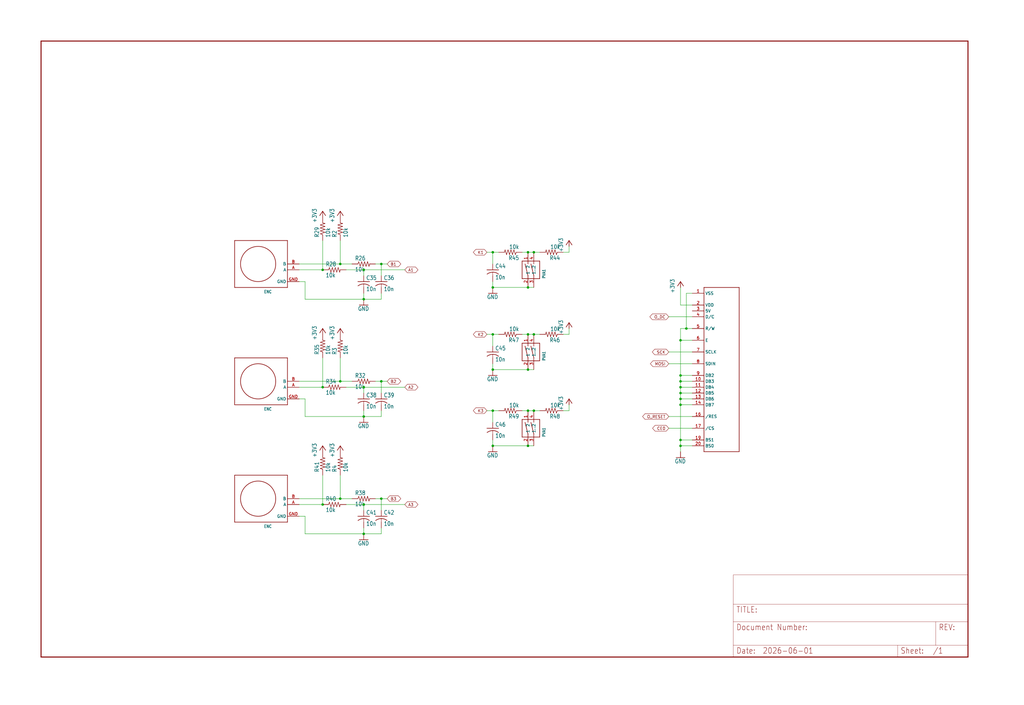
<source format=kicad_sch>
(kicad_sch (version 20231120) (generator "eeschema") (generator_version "8.0")
  (paper "User" 443.357 305.206)
  (lib_symbols
    (symbol "norns-shield-210330-eagle-import:+3V3" (power)
      (symbol "+3V3_1_0"
        (polyline (pts (xy 0 0) (xy -1.27 -1.905)) (stroke (width 0.254)))
        (polyline (pts (xy 1.27 -1.905) (xy 0 0)) (stroke (width 0.254)))
        (pin power_in line (at 0 -2.54 90) (length 2.54) (name "+3V3") (number "1"))
      )
    )
    (symbol "norns-shield-210330-eagle-import:C-USC0603"
      (property "Reference" "C" (at 1.016 0.635 0))
      (symbol "C-USC0603_1_0"
        (arc (start 0 -1.0161) (mid -1.302 -1.2303) (end -2.4668 -1.8504) (stroke (width 0.254)))
        (polyline (pts (xy -2.54 0) (xy 2.54 0)) (stroke (width 0.254)))
        (polyline (pts (xy 0 -1.016) (xy 0 -2.54)) (stroke (width 0.1524)))
        (arc (start 2.4892 -1.8541) (mid 1.3158 -1.2194) (end 0 -1) (stroke (width 0.254)))
        (pin passive line (at 0 2.54 270) (length 2.54) (name "1") (number "1"))
        (pin passive line (at 0 -5.08 90) (length 2.54) (name "2") (number "2"))
      )
    )
    (symbol "norns-shield-210330-eagle-import:ENC"
      (symbol "ENC_1_0"
        (polyline (pts (xy -10.16 -10.16) (xy -10.16 10.16)) (stroke (width 0.254)))
        (polyline (pts (xy -10.16 10.16) (xy 12.7 10.16)) (stroke (width 0.254)))
        (polyline (pts (xy 12.7 -10.16) (xy -10.16 -10.16)) (stroke (width 0.254)))
        (polyline (pts (xy 12.7 10.16) (xy 12.7 -10.16)) (stroke (width 0.254)))
        (circle (center 0 0) (radius 7.62) (stroke (width 0.254)))
        (pin bidirectional line (at 17.78 -2.54 180) (length 5.08) (name "A") (number "A"))
        (pin bidirectional line (at 17.78 0 180) (length 5.08) (name "B") (number "B"))
        (pin bidirectional line (at 17.78 -7.62 180) (length 5.08) (name "GND") (number "GND"))
      )
    )
    (symbol "norns-shield-210330-eagle-import:GND" (power)
      (symbol "GND_1_0"
        (polyline (pts (xy -1.905 0) (xy 1.905 0)) (stroke (width 0.254)))
        (pin power_in line (at 0 2.54 270) (length 2.54) (name "GND") (number "1"))
      )
    )
    (symbol "norns-shield-210330-eagle-import:OLED128X64"
      (symbol "OLED128X64_1_0"
        (polyline (pts (xy -22.86 -45.72) (xy -7.62 -45.72)) (stroke (width 0.254)))
        (polyline (pts (xy -22.86 25.4) (xy -22.86 -45.72)) (stroke (width 0.254)))
        (polyline (pts (xy -7.62 -45.72) (xy -7.62 25.4)) (stroke (width 0.254)))
        (polyline (pts (xy -7.62 25.4) (xy -22.86 25.4)) (stroke (width 0.254)))
        (pin bidirectional line (at -27.94 22.86 0) (length 5.08) (name "VSS") (number "1"))
        (pin bidirectional line (at -27.94 -15.24 0) (length 5.08) (name "DB3") (number "10"))
        (pin bidirectional line (at -27.94 -17.78 0) (length 5.08) (name "DB4") (number "11"))
        (pin bidirectional line (at -27.94 -20.32 0) (length 5.08) (name "DB5") (number "12"))
        (pin bidirectional line (at -27.94 -22.86 0) (length 5.08) (name "DB6") (number "13"))
        (pin bidirectional line (at -27.94 -25.4 0) (length 5.08) (name "DB7") (number "14"))
        (pin bidirectional line (at -27.94 -30.48 0) (length 5.08) (name "/RES") (number "16"))
        (pin bidirectional line (at -27.94 -35.56 0) (length 5.08) (name "/CS") (number "17"))
        (pin bidirectional line (at -27.94 -40.64 0) (length 5.08) (name "BS1") (number "19"))
        (pin bidirectional line (at -27.94 17.78 0) (length 5.08) (name "VDD") (number "2"))
        (pin bidirectional line (at -27.94 -43.18 0) (length 5.08) (name "BS0") (number "20"))
        (pin bidirectional line (at -27.94 15.24 0) (length 5.08) (name "5V") (number "3"))
        (pin bidirectional line (at -27.94 12.7 0) (length 5.08) (name "D/C") (number "4"))
        (pin bidirectional line (at -27.94 7.62 0) (length 5.08) (name "R/W") (number "5"))
        (pin bidirectional line (at -27.94 2.54 0) (length 5.08) (name "E") (number "6"))
        (pin bidirectional line (at -27.94 -2.54 0) (length 5.08) (name "SCLK") (number "7"))
        (pin bidirectional line (at -27.94 -7.62 0) (length 5.08) (name "SDIN") (number "8"))
        (pin bidirectional line (at -27.94 -12.7 0) (length 5.08) (name "DB2") (number "9"))
      )
    )
    (symbol "norns-shield-210330-eagle-import:PVA1"
      (symbol "PVA1_1_0"
        (polyline (pts (xy -3.81 -5.08) (xy 3.81 -5.08)) (stroke (width 0.254)))
        (polyline (pts (xy -3.81 2.54) (xy -3.81 -5.08)) (stroke (width 0.254)))
        (polyline (pts (xy -2.54 -2.54) (xy 2.54 -1.27)) (stroke (width 0.254)))
        (polyline (pts (xy -2.54 0) (xy 2.54 1.27)) (stroke (width 0.254)))
        (polyline (pts (xy 3.81 -5.08) (xy 3.81 2.54)) (stroke (width 0.254)))
        (polyline (pts (xy 3.81 2.54) (xy -3.81 2.54)) (stroke (width 0.254)))
        (pin bidirectional line (at 7.62 0 180) (length 5.08) (name "2") (number "1"))
        (pin bidirectional line (at -7.62 0 0) (length 5.08) (name "1") (number "2"))
        (pin bidirectional line (at -7.62 -2.54 0) (length 5.08) (name "1.") (number "3"))
        (pin bidirectional line (at 7.62 -2.54 180) (length 5.08) (name ".2") (number "4"))
      )
    )
    (symbol "norns-shield-210330-eagle-import:R-US_R0603"
      (property "Reference" "R" (at -3.81 1.4986 0))
      (symbol "R-US_R0603_1_0"
        (polyline (pts (xy -2.54 0) (xy -2.159 1.016)) (stroke (width 0.2032)))
        (polyline (pts (xy -2.159 1.016) (xy -1.524 -1.016)) (stroke (width 0.2032)))
        (polyline (pts (xy -1.524 -1.016) (xy -0.889 1.016)) (stroke (width 0.2032)))
        (polyline (pts (xy -0.889 1.016) (xy -0.254 -1.016)) (stroke (width 0.2032)))
        (polyline (pts (xy -0.254 -1.016) (xy 0.381 1.016)) (stroke (width 0.2032)))
        (polyline (pts (xy 0.381 1.016) (xy 1.016 -1.016)) (stroke (width 0.2032)))
        (polyline (pts (xy 1.016 -1.016) (xy 1.651 1.016)) (stroke (width 0.2032)))
        (polyline (pts (xy 1.651 1.016) (xy 2.286 -1.016)) (stroke (width 0.2032)))
        (polyline (pts (xy 2.286 -1.016) (xy 2.54 0)) (stroke (width 0.2032)))
        (pin passive line (at -5.08 0 0) (length 2.54) (name "1") (number "1"))
        (pin passive line (at 5.08 0 180) (length 2.54) (name "2") (number "2"))
      )
    )
    (symbol "norns-shield-210330-eagle-import:TABL_L"
      (symbol "TABL_L_1_0"
        (polyline (pts (xy 0 0) (xy 401.32 0)) (stroke (width 0.4064)))
        (polyline (pts (xy 0 266.7) (xy 0 0)) (stroke (width 0.4064)))
        (polyline (pts (xy 401.32 0) (xy 401.32 266.7)) (stroke (width 0.4064)))
        (polyline (pts (xy 401.32 266.7) (xy 0 266.7)) (stroke (width 0.4064)))
      )
      (symbol "TABL_L_2_0"
        (polyline (pts (xy 0 0) (xy 0 5.08)) (stroke (width 0.1016)))
        (polyline (pts (xy 0 0) (xy 71.12 0)) (stroke (width 0.1016)))
        (polyline (pts (xy 0 5.08) (xy 0 15.24)) (stroke (width 0.1016)))
        (polyline (pts (xy 0 5.08) (xy 71.12 5.08)) (stroke (width 0.1016)))
        (polyline (pts (xy 0 15.24) (xy 0 22.86)) (stroke (width 0.1016)))
        (polyline (pts (xy 0 22.86) (xy 0 35.56)) (stroke (width 0.1016)))
        (polyline (pts (xy 0 22.86) (xy 101.6 22.86)) (stroke (width 0.1016)))
        (polyline (pts (xy 71.12 0) (xy 101.6 0)) (stroke (width 0.1016)))
        (polyline (pts (xy 71.12 5.08) (xy 71.12 0)) (stroke (width 0.1016)))
        (polyline (pts (xy 71.12 5.08) (xy 87.63 5.08)) (stroke (width 0.1016)))
        (polyline (pts (xy 87.63 5.08) (xy 101.6 5.08)) (stroke (width 0.1016)))
        (polyline (pts (xy 87.63 15.24) (xy 0 15.24)) (stroke (width 0.1016)))
        (polyline (pts (xy 87.63 15.24) (xy 87.63 5.08)) (stroke (width 0.1016)))
        (polyline (pts (xy 101.6 5.08) (xy 101.6 0)) (stroke (width 0.1016)))
        (polyline (pts (xy 101.6 15.24) (xy 87.63 15.24)) (stroke (width 0.1016)))
        (polyline (pts (xy 101.6 15.24) (xy 101.6 5.08)) (stroke (width 0.1016)))
        (polyline (pts (xy 101.6 22.86) (xy 101.6 15.24)) (stroke (width 0.1016)))
        (polyline (pts (xy 101.6 35.56) (xy 0 35.56)) (stroke (width 0.1016)))
        (polyline (pts (xy 101.6 35.56) (xy 101.6 22.86)) (stroke (width 0.1016)))
        (text "${#}/${##}" (at 86.36 1.27 0) (effects (font (size 2.54 2.159)) (justify left bottom)))
        (text "${CURRENT_DATE}" (at 12.7 1.27 0) (effects (font (size 2.54 2.159)) (justify left bottom)))
        (text "${PROJECTNAME}" (at 17.78 19.05 0) (effects (font (size 2.54 2.159)) (justify left bottom)))
        (text "Date:" (at 1.27 1.27 0) (effects (font (size 2.54 2.159)) (justify left bottom)))
        (text "Document Number:" (at 1.27 11.43 0) (effects (font (size 2.54 2.159)) (justify left bottom)))
        (text "REV:" (at 88.9 11.43 0) (effects (font (size 2.54 2.159)) (justify left bottom)))
        (text "Sheet:" (at 72.39 1.27 0) (effects (font (size 2.54 2.159)) (justify left bottom)))
        (text "TITLE:" (at 1.27 19.05 0) (effects (font (size 2.54 2.159)) (justify left bottom)))
      )
    )
  )
  (junction (at 294.64 190.5))
  (junction (at 294.64 162.56))
  (junction (at 147.32 165.1))
  (junction (at 213.36 124.46))
  (junction (at 213.36 177.8))
  (junction (at 157.48 180.34))
  (junction (at 165.1 165.1))
  (junction (at 139.7 116.84))
  (junction (at 157.48 167.64))
  (junction (at 228.6 193.04))
  (junction (at 231.14 109.22))
  (junction (at 294.64 175.26))
  (junction (at 157.48 231.14))
  (junction (at 231.14 144.78))
  (junction (at 157.48 129.54))
  (junction (at 294.64 193.04))
  (junction (at 228.6 160.02))
  (junction (at 213.36 160.02))
  (junction (at 294.64 172.72))
  (junction (at 294.64 165.1))
  (junction (at 165.1 114.3))
  (junction (at 294.64 170.18))
  (junction (at 157.48 218.44))
  (junction (at 165.1 215.9))
  (junction (at 139.7 218.44))
  (junction (at 228.6 144.78))
  (junction (at 228.6 109.22))
  (junction (at 213.36 193.04))
  (junction (at 213.36 109.22))
  (junction (at 213.36 144.78))
  (junction (at 294.64 147.32))
  (junction (at 147.32 114.3))
  (junction (at 294.64 167.64))
  (junction (at 147.32 215.9))
  (junction (at 231.14 177.8))
  (junction (at 297.18 142.24))
  (junction (at 228.6 124.46))
  (junction (at 139.7 167.64))
  (junction (at 157.48 116.84))
  (junction (at 228.6 177.8))
  (wire (pts (xy 297.18 142.24) (xy 297.18 127)) (stroke (width 0.1524)))
  (wire (pts (xy 213.36 177.8) (xy 210.82 177.8)) (stroke (width 0.1524)))
  (wire (pts (xy 157.48 127) (xy 157.48 129.54)) (stroke (width 0.1524)))
  (wire (pts (xy 228.6 109.22) (xy 231.14 109.22)) (stroke (width 0.1524)))
  (wire (pts (xy 139.7 116.84) (xy 129.54 116.84)) (stroke (width 0.1524)))
  (wire (pts (xy 157.48 129.54) (xy 165.1 129.54)) (stroke (width 0.1524)))
  (wire (pts (xy 213.36 114.3) (xy 213.36 109.22)) (stroke (width 0.1524)))
  (wire (pts (xy 246.38 106.68) (xy 246.38 109.22)) (stroke (width 0.1524)))
  (wire (pts (xy 149.86 218.44) (xy 157.48 218.44)) (stroke (width 0.1524)))
  (wire (pts (xy 294.64 172.72) (xy 294.64 175.26)) (stroke (width 0.1524)))
  (wire (pts (xy 157.48 231.14) (xy 165.1 231.14)) (stroke (width 0.1524)))
  (wire (pts (xy 294.64 170.18) (xy 294.64 172.72)) (stroke (width 0.1524)))
  (wire (pts (xy 231.14 109.22) (xy 233.68 109.22)) (stroke (width 0.1524)))
  (wire (pts (xy 165.1 114.3) (xy 167.64 114.3)) (stroke (width 0.1524)))
  (wire (pts (xy 299.72 172.72) (xy 294.64 172.72)) (stroke (width 0.1524)))
  (wire (pts (xy 299.72 185.42) (xy 289.56 185.42)) (stroke (width 0.1524)))
  (wire (pts (xy 165.1 231.14) (xy 165.1 228.6)) (stroke (width 0.1524)))
  (wire (pts (xy 139.7 205.74) (xy 139.7 218.44)) (stroke (width 0.1524)))
  (wire (pts (xy 165.1 129.54) (xy 165.1 127)) (stroke (width 0.1524)))
  (wire (pts (xy 139.7 218.44) (xy 129.54 218.44)) (stroke (width 0.1524)))
  (wire (pts (xy 228.6 177.8) (xy 231.14 177.8)) (stroke (width 0.1524)))
  (wire (pts (xy 147.32 104.14) (xy 147.32 114.3)) (stroke (width 0.1524)))
  (wire (pts (xy 213.36 124.46) (xy 213.36 121.92)) (stroke (width 0.1524)))
  (wire (pts (xy 294.64 175.26) (xy 294.64 190.5)) (stroke (width 0.1524)))
  (wire (pts (xy 147.32 215.9) (xy 147.32 205.74)) (stroke (width 0.1524)))
  (wire (pts (xy 139.7 154.94) (xy 139.7 167.64)) (stroke (width 0.1524)))
  (wire (pts (xy 129.54 172.72) (xy 132.08 172.72)) (stroke (width 0.1524)))
  (wire (pts (xy 129.54 223.52) (xy 132.08 223.52)) (stroke (width 0.1524)))
  (wire (pts (xy 294.64 147.32) (xy 294.64 162.56)) (stroke (width 0.1524)))
  (wire (pts (xy 132.08 223.52) (xy 132.08 231.14)) (stroke (width 0.1524)))
  (wire (pts (xy 129.54 215.9) (xy 147.32 215.9)) (stroke (width 0.1524)))
  (wire (pts (xy 215.9 109.22) (xy 213.36 109.22)) (stroke (width 0.1524)))
  (wire (pts (xy 157.48 180.34) (xy 165.1 180.34)) (stroke (width 0.1524)))
  (wire (pts (xy 297.18 142.24) (xy 294.64 142.24)) (stroke (width 0.1524)))
  (wire (pts (xy 165.1 114.3) (xy 165.1 119.38)) (stroke (width 0.1524)))
  (wire (pts (xy 299.72 167.64) (xy 294.64 167.64)) (stroke (width 0.1524)))
  (wire (pts (xy 299.72 142.24) (xy 297.18 142.24)) (stroke (width 0.1524)))
  (wire (pts (xy 213.36 193.04) (xy 213.36 190.5)) (stroke (width 0.1524)))
  (wire (pts (xy 299.72 170.18) (xy 294.64 170.18)) (stroke (width 0.1524)))
  (wire (pts (xy 294.64 132.08) (xy 294.64 124.46)) (stroke (width 0.1524)))
  (wire (pts (xy 213.36 149.86) (xy 213.36 144.78)) (stroke (width 0.1524)))
  (wire (pts (xy 213.36 182.88) (xy 213.36 177.8)) (stroke (width 0.1524)))
  (wire (pts (xy 157.48 177.8) (xy 157.48 180.34)) (stroke (width 0.1524)))
  (wire (pts (xy 157.48 167.64) (xy 175.26 167.64)) (stroke (width 0.1524)))
  (wire (pts (xy 215.9 177.8) (xy 213.36 177.8)) (stroke (width 0.1524)))
  (wire (pts (xy 299.72 165.1) (xy 294.64 165.1)) (stroke (width 0.1524)))
  (wire (pts (xy 226.06 144.78) (xy 228.6 144.78)) (stroke (width 0.1524)))
  (wire (pts (xy 157.48 167.64) (xy 157.48 170.18)) (stroke (width 0.1524)))
  (wire (pts (xy 149.86 116.84) (xy 157.48 116.84)) (stroke (width 0.1524)))
  (wire (pts (xy 147.32 165.1) (xy 152.4 165.1)) (stroke (width 0.1524)))
  (wire (pts (xy 147.32 215.9) (xy 152.4 215.9)) (stroke (width 0.1524)))
  (wire (pts (xy 243.84 177.8) (xy 246.38 177.8)) (stroke (width 0.1524)))
  (wire (pts (xy 299.72 132.08) (xy 294.64 132.08)) (stroke (width 0.1524)))
  (wire (pts (xy 228.6 193.04) (xy 231.14 193.04)) (stroke (width 0.1524)))
  (wire (pts (xy 299.72 137.16) (xy 289.56 137.16)) (stroke (width 0.1524)))
  (wire (pts (xy 165.1 215.9) (xy 165.1 220.98)) (stroke (width 0.1524)))
  (wire (pts (xy 139.7 104.14) (xy 139.7 116.84)) (stroke (width 0.1524)))
  (wire (pts (xy 246.38 144.78) (xy 243.84 144.78)) (stroke (width 0.1524)))
  (wire (pts (xy 157.48 116.84) (xy 157.48 119.38)) (stroke (width 0.1524)))
  (wire (pts (xy 299.72 152.4) (xy 289.56 152.4)) (stroke (width 0.1524)))
  (wire (pts (xy 294.64 193.04) (xy 294.64 195.58)) (stroke (width 0.1524)))
  (wire (pts (xy 228.6 124.46) (xy 231.14 124.46)) (stroke (width 0.1524)))
  (wire (pts (xy 165.1 165.1) (xy 165.1 170.18)) (stroke (width 0.1524)))
  (wire (pts (xy 228.6 160.02) (xy 231.14 160.02)) (stroke (width 0.1524)))
  (wire (pts (xy 231.14 144.78) (xy 233.68 144.78)) (stroke (width 0.1524)))
  (wire (pts (xy 294.64 165.1) (xy 294.64 167.64)) (stroke (width 0.1524)))
  (wire (pts (xy 299.72 180.34) (xy 289.56 180.34)) (stroke (width 0.1524)))
  (wire (pts (xy 294.64 167.64) (xy 294.64 170.18)) (stroke (width 0.1524)))
  (wire (pts (xy 132.08 129.54) (xy 157.48 129.54)) (stroke (width 0.1524)))
  (wire (pts (xy 129.54 165.1) (xy 147.32 165.1)) (stroke (width 0.1524)))
  (wire (pts (xy 226.06 109.22) (xy 228.6 109.22)) (stroke (width 0.1524)))
  (wire (pts (xy 149.86 167.64) (xy 157.48 167.64)) (stroke (width 0.1524)))
  (wire (pts (xy 294.64 162.56) (xy 294.64 165.1)) (stroke (width 0.1524)))
  (wire (pts (xy 299.72 193.04) (xy 294.64 193.04)) (stroke (width 0.1524)))
  (wire (pts (xy 226.06 177.8) (xy 228.6 177.8)) (stroke (width 0.1524)))
  (wire (pts (xy 165.1 215.9) (xy 167.64 215.9)) (stroke (width 0.1524)))
  (wire (pts (xy 132.08 121.92) (xy 132.08 129.54)) (stroke (width 0.1524)))
  (wire (pts (xy 243.84 109.22) (xy 246.38 109.22)) (stroke (width 0.1524)))
  (wire (pts (xy 213.36 109.22) (xy 210.82 109.22)) (stroke (width 0.1524)))
  (wire (pts (xy 299.72 190.5) (xy 294.64 190.5)) (stroke (width 0.1524)))
  (wire (pts (xy 132.08 172.72) (xy 132.08 180.34)) (stroke (width 0.1524)))
  (wire (pts (xy 297.18 127) (xy 299.72 127)) (stroke (width 0.1524)))
  (wire (pts (xy 157.48 218.44) (xy 157.48 220.98)) (stroke (width 0.1524)))
  (wire (pts (xy 139.7 167.64) (xy 129.54 167.64)) (stroke (width 0.1524)))
  (wire (pts (xy 213.36 193.04) (xy 228.6 193.04)) (stroke (width 0.1524)))
  (wire (pts (xy 215.9 144.78) (xy 213.36 144.78)) (stroke (width 0.1524)))
  (wire (pts (xy 213.36 160.02) (xy 228.6 160.02)) (stroke (width 0.1524)))
  (wire (pts (xy 246.38 177.8) (xy 246.38 175.26)) (stroke (width 0.1524)))
  (wire (pts (xy 162.56 165.1) (xy 165.1 165.1)) (stroke (width 0.1524)))
  (wire (pts (xy 129.54 121.92) (xy 132.08 121.92)) (stroke (width 0.1524)))
  (wire (pts (xy 213.36 144.78) (xy 210.82 144.78)) (stroke (width 0.1524)))
  (wire (pts (xy 299.72 147.32) (xy 294.64 147.32)) (stroke (width 0.1524)))
  (wire (pts (xy 147.32 114.3) (xy 152.4 114.3)) (stroke (width 0.1524)))
  (wire (pts (xy 132.08 180.34) (xy 157.48 180.34)) (stroke (width 0.1524)))
  (wire (pts (xy 165.1 180.34) (xy 165.1 177.8)) (stroke (width 0.1524)))
  (wire (pts (xy 299.72 162.56) (xy 294.64 162.56)) (stroke (width 0.1524)))
  (wire (pts (xy 165.1 165.1) (xy 167.64 165.1)) (stroke (width 0.1524)))
  (wire (pts (xy 162.56 114.3) (xy 165.1 114.3)) (stroke (width 0.1524)))
  (wire (pts (xy 228.6 144.78) (xy 231.14 144.78)) (stroke (width 0.1524)))
  (wire (pts (xy 129.54 114.3) (xy 147.32 114.3)) (stroke (width 0.1524)))
  (wire (pts (xy 157.48 116.84) (xy 175.26 116.84)) (stroke (width 0.1524)))
  (wire (pts (xy 213.36 124.46) (xy 228.6 124.46)) (stroke (width 0.1524)))
  (wire (pts (xy 294.64 190.5) (xy 294.64 193.04)) (stroke (width 0.1524)))
  (wire (pts (xy 157.48 218.44) (xy 175.26 218.44)) (stroke (width 0.1524)))
  (wire (pts (xy 157.48 228.6) (xy 157.48 231.14)) (stroke (width 0.1524)))
  (wire (pts (xy 246.38 142.24) (xy 246.38 144.78)) (stroke (width 0.1524)))
  (wire (pts (xy 162.56 215.9) (xy 165.1 215.9)) (stroke (width 0.1524)))
  (wire (pts (xy 299.72 175.26) (xy 294.64 175.26)) (stroke (width 0.1524)))
  (wire (pts (xy 147.32 154.94) (xy 147.32 165.1)) (stroke (width 0.1524)))
  (wire (pts (xy 231.14 177.8) (xy 233.68 177.8)) (stroke (width 0.1524)))
  (wire (pts (xy 213.36 160.02) (xy 213.36 157.48)) (stroke (width 0.1524)))
  (wire (pts (xy 299.72 157.48) (xy 289.56 157.48)) (stroke (width 0.1524)))
  (wire (pts (xy 132.08 231.14) (xy 157.48 231.14)) (stroke (width 0.1524)))
  (wire (pts (xy 294.64 142.24) (xy 294.64 147.32)) (stroke (width 0.1524)))
  (global_label "B2" (shape bidirectional) (at 167.64 165.1 0) (effects (font (size 1.2446 1.2446))) (property "Intersheetrefs" "${INTERSHEET_REFS}" (effects (hide yes))))
  (global_label "K1" (shape bidirectional) (at 210.82 109.22 180) (effects (font (size 1.2446 1.2446))) (property "Intersheetrefs" "${INTERSHEET_REFS}" (effects (hide yes))))
  (global_label "B1" (shape bidirectional) (at 167.64 114.3 0) (effects (font (size 1.2446 1.2446))) (property "Intersheetrefs" "${INTERSHEET_REFS}" (effects (hide yes))))
  (global_label "A1" (shape bidirectional) (at 175.26 116.84 0) (effects (font (size 1.2446 1.2446))) (property "Intersheetrefs" "${INTERSHEET_REFS}" (effects (hide yes))))
  (global_label "CE0" (shape bidirectional) (at 289.56 185.42 180) (effects (font (size 1.2446 1.2446))) (property "Intersheetrefs" "${INTERSHEET_REFS}" (effects (hide yes))))
  (global_label "K3" (shape bidirectional) (at 210.82 177.8 180) (effects (font (size 1.2446 1.2446))) (property "Intersheetrefs" "${INTERSHEET_REFS}" (effects (hide yes))))
  (global_label "O_RESET" (shape bidirectional) (at 289.56 180.34 180) (effects (font (size 1.2446 1.2446))) (property "Intersheetrefs" "${INTERSHEET_REFS}" (effects (hide yes))))
  (global_label "A2" (shape bidirectional) (at 175.26 167.64 0) (effects (font (size 1.2446 1.2446))) (property "Intersheetrefs" "${INTERSHEET_REFS}" (effects (hide yes))))
  (global_label "K2" (shape bidirectional) (at 210.82 144.78 180) (effects (font (size 1.2446 1.2446))) (property "Intersheetrefs" "${INTERSHEET_REFS}" (effects (hide yes))))
  (global_label "B3" (shape bidirectional) (at 167.64 215.9 0) (effects (font (size 1.2446 1.2446))) (property "Intersheetrefs" "${INTERSHEET_REFS}" (effects (hide yes))))
  (global_label "SCK" (shape bidirectional) (at 289.56 152.4 180) (effects (font (size 1.2446 1.2446))) (property "Intersheetrefs" "${INTERSHEET_REFS}" (effects (hide yes))))
  (global_label "MOSI" (shape bidirectional) (at 289.56 157.48 180) (effects (font (size 1.2446 1.2446))) (property "Intersheetrefs" "${INTERSHEET_REFS}" (effects (hide yes))))
  (global_label "O_DC" (shape bidirectional) (at 289.56 137.16 180) (effects (font (size 1.2446 1.2446))) (property "Intersheetrefs" "${INTERSHEET_REFS}" (effects (hide yes))))
  (global_label "A3" (shape bidirectional) (at 175.26 218.44 0) (effects (font (size 1.2446 1.2446))) (property "Intersheetrefs" "${INTERSHEET_REFS}" (effects (hide yes))))
  (symbol (lib_id "norns-shield-210330-eagle-import:R-US_R0603") (at 144.78 218.44 0) (unit 1)
    (property "Reference" "R40" (at 140.97 216.9414 0) (effects (font (size 1.778 1.5113)) (justify left bottom)))
    (property "Value" "10k" (at 140.97 221.742 0) (effects (font (size 1.778 1.5113)) (justify left bottom)))
    (property "Footprint" "Resistor_SMD:R_0603_1608Metric" (effects (hide yes)))
  )
  (symbol (lib_id "norns-shield-210330-eagle-import:+3V3") (at 139.7 193.04 0) (unit 1)
    (property "Reference" "#+3V07" (effects (hide yes)))
    (property "Value" "+3V3" (at 137.16 198.12 90) (effects (font (size 1.778 1.5113)) (justify left bottom)))
  )
  (symbol (lib_id "norns-shield-210330-eagle-import:TABL_L") (at 17.78 284.48 0) (unit 1)
    (property "Reference" "#FRAME2" (effects (hide yes)))
    (property "Value" "TABL_L" (effects (hide yes)))
  )
  (symbol (lib_id "norns-shield-210330-eagle-import:R-US_R0603") (at 144.78 116.84 0) (unit 1)
    (property "Reference" "R28" (at 140.97 115.3414 0) (effects (font (size 1.778 1.5113)) (justify left bottom)))
    (property "Value" "10k" (at 140.97 120.142 0) (effects (font (size 1.778 1.5113)) (justify left bottom)))
    (property "Footprint" "Resistor_SMD:R_0603_1608Metric" (effects (hide yes)))
  )
  (symbol (lib_id "norns-shield-210330-eagle-import:R-US_R0603") (at 157.48 114.3 0) (unit 1)
    (property "Reference" "R26" (at 153.67 112.8014 0) (effects (font (size 1.778 1.5113)) (justify left bottom)))
    (property "Value" "10k" (at 153.67 117.602 0) (effects (font (size 1.778 1.5113)) (justify left bottom)))
    (property "Footprint" "Resistor_SMD:R_0603_1608Metric" (effects (hide yes)))
  )
  (symbol (lib_id "norns-shield-210330-eagle-import:GND") (at 157.48 132.08 0) (unit 1)
    (property "Reference" "#GND032" (effects (hide yes)))
    (property "Value" "GND" (at 154.94 134.62 0) (effects (font (size 1.778 1.5113)) (justify left bottom)))
  )
  (symbol (lib_id "norns-shield-210330-eagle-import:GND") (at 213.36 127 0) (unit 1)
    (property "Reference" "#GND036" (effects (hide yes)))
    (property "Value" "GND" (at 210.82 129.54 0) (effects (font (size 1.778 1.5113)) (justify left bottom)))
  )
  (symbol (lib_id "norns-shield-210330-eagle-import:C-USC0603") (at 157.48 223.52 0) (unit 1)
    (property "Reference" "C41" (at 158.496 222.885 0) (effects (font (size 1.778 1.5113)) (justify left bottom)))
    (property "Value" "10n" (at 158.496 227.711 0) (effects (font (size 1.778 1.5113)) (justify left bottom)))
    (property "Footprint" "Capacitor_SMD:C_0603_1608Metric" (effects (hide yes)))
  )
  (symbol (lib_id "norns-shield-210330-eagle-import:GND") (at 213.36 195.58 0) (unit 1)
    (property "Reference" "#GND040" (effects (hide yes)))
    (property "Value" "GND" (at 210.82 198.12 0) (effects (font (size 1.778 1.5113)) (justify left bottom)))
  )
  (symbol (lib_id "norns-shield-210330-eagle-import:ENC") (at 111.76 165.1 0) (unit 1)
    (property "Reference" "E2" (effects (hide yes)))
    (property "Value" "ENC" (at 114.3 177.8 0) (effects (font (size 1.27 1.0795)) (justify left bottom)))
    (property "Footprint" "norns-shield-210330:PEC11RN" (effects (hide yes)))
  )
  (symbol (lib_id "norns-shield-210330-eagle-import:GND") (at 157.48 233.68 0) (unit 1)
    (property "Reference" "#GND034" (effects (hide yes)))
    (property "Value" "GND" (at 154.94 236.22 0) (effects (font (size 1.778 1.5113)) (justify left bottom)))
  )
  (symbol (lib_id "norns-shield-210330-eagle-import:R-US_R0603") (at 220.98 144.78 180) (unit 1)
    (property "Reference" "R47" (at 224.79 146.2786 0) (effects (font (size 1.778 1.5113)) (justify left bottom)))
    (property "Value" "10k" (at 224.79 141.478 0) (effects (font (size 1.778 1.5113)) (justify left bottom)))
    (property "Footprint" "Resistor_SMD:R_0603_1608Metric" (effects (hide yes)))
  )
  (symbol (lib_id "norns-shield-210330-eagle-import:+3V3") (at 246.38 139.7 0) (unit 1)
    (property "Reference" "#+3V010" (effects (hide yes)))
    (property "Value" "+3V3" (at 243.84 144.78 90) (effects (font (size 1.778 1.5113)) (justify left bottom)))
  )
  (symbol (lib_id "norns-shield-210330-eagle-import:C-USC0603") (at 165.1 172.72 0) (unit 1)
    (property "Reference" "C39" (at 166.116 172.085 0) (effects (font (size 1.778 1.5113)) (justify left bottom)))
    (property "Value" "10n" (at 166.116 176.911 0) (effects (font (size 1.778 1.5113)) (justify left bottom)))
    (property "Footprint" "Capacitor_SMD:C_0603_1608Metric" (effects (hide yes)))
  )
  (symbol (lib_id "norns-shield-210330-eagle-import:R-US_R0603") (at 147.32 99.06 90) (unit 1)
    (property "Reference" "R2" (at 145.8214 102.87 0) (effects (font (size 1.778 1.5113)) (justify left bottom)))
    (property "Value" "10k" (at 150.622 102.87 0) (effects (font (size 1.778 1.5113)) (justify left bottom)))
    (property "Footprint" "Resistor_SMD:R_0603_1608Metric" (effects (hide yes)))
  )
  (symbol (lib_id "norns-shield-210330-eagle-import:C-USC0603") (at 165.1 121.92 0) (unit 1)
    (property "Reference" "C36" (at 166.116 121.285 0) (effects (font (size 1.778 1.5113)) (justify left bottom)))
    (property "Value" "10n" (at 166.116 126.111 0) (effects (font (size 1.778 1.5113)) (justify left bottom)))
    (property "Footprint" "Capacitor_SMD:C_0603_1608Metric" (effects (hide yes)))
  )
  (symbol (lib_id "norns-shield-210330-eagle-import:R-US_R0603") (at 238.76 144.78 180) (unit 1)
    (property "Reference" "R46" (at 242.57 146.2786 0) (effects (font (size 1.778 1.5113)) (justify left bottom)))
    (property "Value" "10k" (at 242.57 141.478 0) (effects (font (size 1.778 1.5113)) (justify left bottom)))
    (property "Footprint" "Resistor_SMD:R_0603_1608Metric" (effects (hide yes)))
  )
  (symbol (lib_id "norns-shield-210330-eagle-import:+3V3") (at 294.64 121.92 0) (unit 1)
    (property "Reference" "#+3V08" (effects (hide yes)))
    (property "Value" "+3V3" (at 292.1 127 90) (effects (font (size 1.778 1.5113)) (justify left bottom)))
  )
  (symbol (lib_id "norns-shield-210330-eagle-import:R-US_R0603") (at 144.78 167.64 0) (unit 1)
    (property "Reference" "R34" (at 140.97 166.1414 0) (effects (font (size 1.778 1.5113)) (justify left bottom)))
    (property "Value" "10k" (at 140.97 170.942 0) (effects (font (size 1.778 1.5113)) (justify left bottom)))
    (property "Footprint" "Resistor_SMD:R_0603_1608Metric" (effects (hide yes)))
  )
  (symbol (lib_id "norns-shield-210330-eagle-import:R-US_R0603") (at 220.98 177.8 180) (unit 1)
    (property "Reference" "R49" (at 224.79 179.2986 0) (effects (font (size 1.778 1.5113)) (justify left bottom)))
    (property "Value" "10k" (at 224.79 174.498 0) (effects (font (size 1.778 1.5113)) (justify left bottom)))
    (property "Footprint" "Resistor_SMD:R_0603_1608Metric" (effects (hide yes)))
  )
  (symbol (lib_id "norns-shield-210330-eagle-import:+3V3") (at 147.32 91.44 0) (unit 1)
    (property "Reference" "#+3V012" (effects (hide yes)))
    (property "Value" "+3V3" (at 144.78 96.52 90) (effects (font (size 1.778 1.5113)) (justify left bottom)))
  )
  (symbol (lib_id "norns-shield-210330-eagle-import:GND") (at 157.48 182.88 0) (unit 1)
    (property "Reference" "#GND033" (effects (hide yes)))
    (property "Value" "GND" (at 154.94 185.42 0) (effects (font (size 1.778 1.5113)) (justify left bottom)))
  )
  (symbol (lib_id "norns-shield-210330-eagle-import:GND") (at 213.36 162.56 0) (unit 1)
    (property "Reference" "#GND038" (effects (hide yes)))
    (property "Value" "GND" (at 210.82 165.1 0) (effects (font (size 1.778 1.5113)) (justify left bottom)))
  )
  (symbol (lib_id "norns-shield-210330-eagle-import:+3V3") (at 139.7 91.44 0) (unit 1)
    (property "Reference" "#+3V05" (effects (hide yes)))
    (property "Value" "+3V3" (at 137.16 96.52 90) (effects (font (size 1.778 1.5113)) (justify left bottom)))
  )
  (symbol (lib_id "norns-shield-210330-eagle-import:R-US_R0603") (at 139.7 200.66 90) (unit 1)
    (property "Reference" "R41" (at 138.2014 204.47 0) (effects (font (size 1.778 1.5113)) (justify left bottom)))
    (property "Value" "10k" (at 143.002 204.47 0) (effects (font (size 1.778 1.5113)) (justify left bottom)))
    (property "Footprint" "Resistor_SMD:R_0603_1608Metric" (effects (hide yes)))
  )
  (symbol (lib_id "norns-shield-210330-eagle-import:ENC") (at 111.76 114.3 0) (unit 1)
    (property "Reference" "E1" (effects (hide yes)))
    (property "Value" "ENC" (at 114.3 127 0) (effects (font (size 1.27 1.0795)) (justify left bottom)))
    (property "Footprint" "norns-shield-210330:PEC11RN" (effects (hide yes)))
  )
  (symbol (lib_id "norns-shield-210330-eagle-import:C-USC0603") (at 157.48 172.72 0) (unit 1)
    (property "Reference" "C38" (at 158.496 172.085 0) (effects (font (size 1.778 1.5113)) (justify left bottom)))
    (property "Value" "10n" (at 158.496 176.911 0) (effects (font (size 1.778 1.5113)) (justify left bottom)))
    (property "Footprint" "Capacitor_SMD:C_0603_1608Metric" (effects (hide yes)))
  )
  (symbol (lib_id "norns-shield-210330-eagle-import:R-US_R0603") (at 157.48 165.1 0) (unit 1)
    (property "Reference" "R32" (at 153.67 163.6014 0) (effects (font (size 1.778 1.5113)) (justify left bottom)))
    (property "Value" "10k" (at 153.67 168.402 0) (effects (font (size 1.778 1.5113)) (justify left bottom)))
    (property "Footprint" "Resistor_SMD:R_0603_1608Metric" (effects (hide yes)))
  )
  (symbol (lib_id "norns-shield-210330-eagle-import:R-US_R0603") (at 220.98 109.22 180) (unit 1)
    (property "Reference" "R45" (at 224.79 110.7186 0) (effects (font (size 1.778 1.5113)) (justify left bottom)))
    (property "Value" "10k" (at 224.79 105.918 0) (effects (font (size 1.778 1.5113)) (justify left bottom)))
    (property "Footprint" "Resistor_SMD:R_0603_1608Metric" (effects (hide yes)))
  )
  (symbol (lib_id "norns-shield-210330-eagle-import:R-US_R0603") (at 238.76 109.22 180) (unit 1)
    (property "Reference" "R44" (at 242.57 110.7186 0) (effects (font (size 1.778 1.5113)) (justify left bottom)))
    (property "Value" "10k" (at 242.57 105.918 0) (effects (font (size 1.778 1.5113)) (justify left bottom)))
    (property "Footprint" "Resistor_SMD:R_0603_1608Metric" (effects (hide yes)))
  )
  (symbol (lib_id "norns-shield-210330-eagle-import:PVA1") (at 228.6 185.42 90) (unit 1)
    (property "Reference" "SW3" (effects (hide yes)))
    (property "Value" "PVA1" (at 236.22 189.23 0) (effects (font (size 1.27 1.0795)) (justify left bottom)))
    (property "Footprint" "norns-shield-210330:PVA1" (effects (hide yes)))
  )
  (symbol (lib_id "norns-shield-210330-eagle-import:PVA1") (at 228.6 116.84 90) (unit 1)
    (property "Reference" "SW1" (effects (hide yes)))
    (property "Value" "PVA1" (at 236.22 120.65 0) (effects (font (size 1.27 1.0795)) (justify left bottom)))
    (property "Footprint" "norns-shield-210330:PVA1" (effects (hide yes)))
  )
  (symbol (lib_id "norns-shield-210330-eagle-import:R-US_R0603") (at 139.7 99.06 90) (unit 1)
    (property "Reference" "R29" (at 138.2014 102.87 0) (effects (font (size 1.778 1.5113)) (justify left bottom)))
    (property "Value" "10k" (at 143.002 102.87 0) (effects (font (size 1.778 1.5113)) (justify left bottom)))
    (property "Footprint" "Resistor_SMD:R_0603_1608Metric" (effects (hide yes)))
  )
  (symbol (lib_id "norns-shield-210330-eagle-import:ENC") (at 111.76 215.9 0) (unit 1)
    (property "Reference" "E3" (effects (hide yes)))
    (property "Value" "ENC" (at 114.3 228.6 0) (effects (font (size 1.27 1.0795)) (justify left bottom)))
    (property "Footprint" "norns-shield-210330:PEC11RN" (effects (hide yes)))
  )
  (symbol (lib_id "norns-shield-210330-eagle-import:C-USC0603") (at 213.36 185.42 0) (unit 1)
    (property "Reference" "C46" (at 214.376 184.785 0) (effects (font (size 1.778 1.5113)) (justify left bottom)))
    (property "Value" "10n" (at 214.376 189.611 0) (effects (font (size 1.778 1.5113)) (justify left bottom)))
    (property "Footprint" "Capacitor_SMD:C_0603_1608Metric" (effects (hide yes)))
  )
  (symbol (lib_id "norns-shield-210330-eagle-import:+3V3") (at 246.38 172.72 0) (unit 1)
    (property "Reference" "#+3V011" (effects (hide yes)))
    (property "Value" "+3V3" (at 243.84 177.8 90) (effects (font (size 1.778 1.5113)) (justify left bottom)))
  )
  (symbol (lib_id "norns-shield-210330-eagle-import:+3V3") (at 139.7 142.24 0) (unit 1)
    (property "Reference" "#+3V06" (effects (hide yes)))
    (property "Value" "+3V3" (at 137.16 147.32 90) (effects (font (size 1.778 1.5113)) (justify left bottom)))
  )
  (symbol (lib_id "norns-shield-210330-eagle-import:+3V3") (at 147.32 193.04 0) (unit 1)
    (property "Reference" "#+3V014" (effects (hide yes)))
    (property "Value" "+3V3" (at 144.78 198.12 90) (effects (font (size 1.778 1.5113)) (justify left bottom)))
  )
  (symbol (lib_id "norns-shield-210330-eagle-import:PVA1") (at 228.6 152.4 90) (unit 1)
    (property "Reference" "SW2" (effects (hide yes)))
    (property "Value" "PVA1" (at 236.22 156.21 0) (effects (font (size 1.27 1.0795)) (justify left bottom)))
    (property "Footprint" "norns-shield-210330:PVA1" (effects (hide yes)))
  )
  (symbol (lib_id "norns-shield-210330-eagle-import:C-USC0603") (at 165.1 223.52 0) (unit 1)
    (property "Reference" "C42" (at 166.116 222.885 0) (effects (font (size 1.778 1.5113)) (justify left bottom)))
    (property "Value" "10n" (at 166.116 227.711 0) (effects (font (size 1.778 1.5113)) (justify left bottom)))
    (property "Footprint" "Capacitor_SMD:C_0603_1608Metric" (effects (hide yes)))
  )
  (symbol (lib_id "norns-shield-210330-eagle-import:C-USC0603") (at 213.36 116.84 0) (unit 1)
    (property "Reference" "C44" (at 214.376 116.205 0) (effects (font (size 1.778 1.5113)) (justify left bottom)))
    (property "Value" "10n" (at 214.376 121.031 0) (effects (font (size 1.778 1.5113)) (justify left bottom)))
    (property "Footprint" "Capacitor_SMD:C_0603_1608Metric" (effects (hide yes)))
  )
  (symbol (lib_id "norns-shield-210330-eagle-import:+3V3") (at 147.32 142.24 0) (unit 1)
    (property "Reference" "#+3V013" (effects (hide yes)))
    (property "Value" "+3V3" (at 144.78 147.32 90) (effects (font (size 1.778 1.5113)) (justify left bottom)))
  )
  (symbol (lib_id "norns-shield-210330-eagle-import:R-US_R0603") (at 147.32 200.66 90) (unit 1)
    (property "Reference" "R4" (at 145.8214 204.47 0) (effects (font (size 1.778 1.5113)) (justify left bottom)))
    (property "Value" "10k" (at 150.622 204.47 0) (effects (font (size 1.778 1.5113)) (justify left bottom)))
    (property "Footprint" "Resistor_SMD:R_0603_1608Metric" (effects (hide yes)))
  )
  (symbol (lib_id "norns-shield-210330-eagle-import:C-USC0603") (at 157.48 121.92 0) (unit 1)
    (property "Reference" "C35" (at 158.496 121.285 0) (effects (font (size 1.778 1.5113)) (justify left bottom)))
    (property "Value" "10n" (at 158.496 126.111 0) (effects (font (size 1.778 1.5113)) (justify left bottom)))
    (property "Footprint" "Capacitor_SMD:C_0603_1608Metric" (effects (hide yes)))
  )
  (symbol (lib_id "norns-shield-210330-eagle-import:C-USC0603") (at 213.36 152.4 0) (unit 1)
    (property "Reference" "C45" (at 214.376 151.765 0) (effects (font (size 1.778 1.5113)) (justify left bottom)))
    (property "Value" "10n" (at 214.376 156.591 0) (effects (font (size 1.778 1.5113)) (justify left bottom)))
    (property "Footprint" "Capacitor_SMD:C_0603_1608Metric" (effects (hide yes)))
  )
  (symbol (lib_id "norns-shield-210330-eagle-import:R-US_R0603") (at 157.48 215.9 0) (unit 1)
    (property "Reference" "R38" (at 153.67 214.4014 0) (effects (font (size 1.778 1.5113)) (justify left bottom)))
    (property "Value" "10k" (at 153.67 219.202 0) (effects (font (size 1.778 1.5113)) (justify left bottom)))
    (property "Footprint" "Resistor_SMD:R_0603_1608Metric" (effects (hide yes)))
  )
  (symbol (lib_id "norns-shield-210330-eagle-import:+3V3") (at 246.38 104.14 0) (unit 1)
    (property "Reference" "#+3V09" (effects (hide yes)))
    (property "Value" "+3V3" (at 243.84 109.22 90) (effects (font (size 1.778 1.5113)) (justify left bottom)))
  )
  (symbol (lib_id "norns-shield-210330-eagle-import:TABL_L") (at 317.5 284.48 0) (unit 2)
    (property "Reference" "#FRAME2" (effects (hide yes)))
    (property "Value" "TABL_L" (effects (hide yes)))
  )
  (symbol (lib_id "norns-shield-210330-eagle-import:R-US_R0603") (at 139.7 149.86 90) (unit 1)
    (property "Reference" "R35" (at 138.2014 153.67 0) (effects (font (size 1.778 1.5113)) (justify left bottom)))
    (property "Value" "10k" (at 143.002 153.67 0) (effects (font (size 1.778 1.5113)) (justify left bottom)))
    (property "Footprint" "Resistor_SMD:R_0603_1608Metric" (effects (hide yes)))
  )
  (symbol (lib_id "norns-shield-210330-eagle-import:GND") (at 294.64 198.12 0) (unit 1)
    (property "Reference" "#GND050" (effects (hide yes)))
    (property "Value" "GND" (at 292.1 200.66 0) (effects (font (size 1.778 1.5113)) (justify left bottom)))
  )
  (symbol (lib_id "norns-shield-210330-eagle-import:R-US_R0603") (at 147.32 149.86 90) (unit 1)
    (property "Reference" "R3" (at 145.8214 153.67 0) (effects (font (size 1.778 1.5113)) (justify left bottom)))
    (property "Value" "10k" (at 150.622 153.67 0) (effects (font (size 1.778 1.5113)) (justify left bottom)))
    (property "Footprint" "Resistor_SMD:R_0603_1608Metric" (effects (hide yes)))
  )
  (symbol (lib_id "norns-shield-210330-eagle-import:R-US_R0603") (at 238.76 177.8 180) (unit 1)
    (property "Reference" "R48" (at 242.57 179.2986 0) (effects (font (size 1.778 1.5113)) (justify left bottom)))
    (property "Value" "10k" (at 242.57 174.498 0) (effects (font (size 1.778 1.5113)) (justify left bottom)))
    (property "Footprint" "Resistor_SMD:R_0603_1608Metric" (effects (hide yes)))
  )
  (symbol (lib_id "norns-shield-210330-eagle-import:OLED128X64") (at 327.66 149.86 0) (unit 1)
    (property "Reference" "U$1" (effects (hide yes)))
    (property "Value" "OLED128X64" (effects (hide yes)))
    (property "Footprint" "norns-shield-210330:OLED-ALEPH" (effects (hide yes)))
  )
)
</source>
